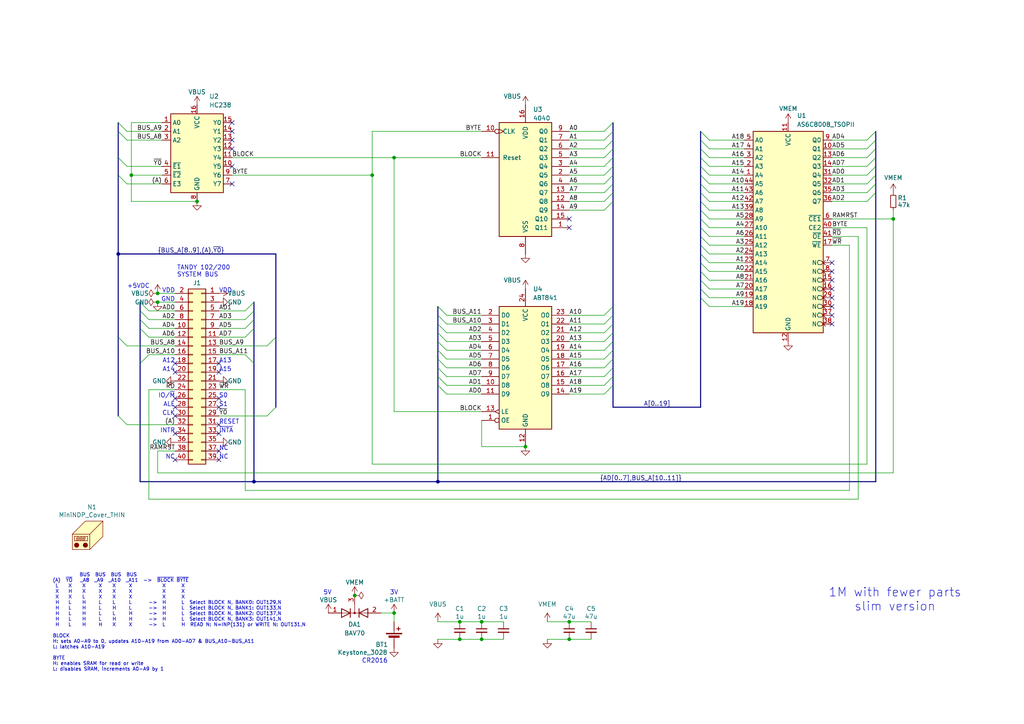
<source format=kicad_sch>
(kicad_sch (version 20231120) (generator "eeschema") (generator_version "8.0")
  (paper "A4")
  (title_block (title "MiniNDP") (date "2025-01-09") (rev "SL1M_01") (company "Brian K. White - b.kenyon.w@gmail.com") (comment 1 "github.com/bkw777/NODE_DATAPAC") (comment 2 "Use with RAM100.CO or RAM200.CO") (comment 3 "Work-alike of NODE Systems DATAPAC / RAMPAC"))
  (lib_symbols
    (symbol "000_LOCAL:4040" (pin_names (offset 1.016))
      (property "Reference" "U" (at -7.62 16.51 0))
      (property "Value" "4040" (at -7.62 -19.05 0))
      (symbol "4040_1_0"
        (pin output line (at 12.7 -15.24 180) (length 5.08) (name "Q11") (number "1"))
        (pin input inverted_clock (at -12.7 12.7 0) (length 5.08) (name "CLK") (number "10"))
        (pin input line (at -12.7 5.08 0) (length 5.08) (name "Reset") (number "11"))
        (pin output line (at 12.7 -7.62 180) (length 5.08) (name "Q8") (number "12"))
        (pin output line (at 12.7 -5.08 180) (length 5.08) (name "Q7") (number "13"))
        (pin output line (at 12.7 -10.16 180) (length 5.08) (name "Q9") (number "14"))
        (pin output line (at 12.7 -12.7 180) (length 5.08) (name "Q10") (number "15"))
        (pin power_in line (at 0 20.32 270) (length 5.08) (name "VDD") (number "16"))
        (pin output line (at 12.7 0 180) (length 5.08) (name "Q5") (number "2"))
        (pin output line (at 12.7 2.54 180) (length 5.08) (name "Q4") (number "3"))
        (pin output line (at 12.7 -2.54 180) (length 5.08) (name "Q6") (number "4"))
        (pin output line (at 12.7 5.08 180) (length 5.08) (name "Q3") (number "5"))
        (pin output line (at 12.7 7.62 180) (length 5.08) (name "Q2") (number "6"))
        (pin output line (at 12.7 10.16 180) (length 5.08) (name "Q1") (number "7"))
        (pin power_in line (at 0 -22.86 90) (length 5.08) (name "VSS") (number "8"))
        (pin output line (at 12.7 12.7 180) (length 5.08) (name "Q0") (number "9"))
      )
    )
    (symbol "000_LOCAL:AS6C8008_TSOPII"
      (property "Reference" "U" (at -10.16 23.495 0))
      (property "Value" "AS6C8008_TSOPII" (at 2.54 23.495 0))
      (symbol "AS6C8008_TSOPII_1_0"
        (pin power_in line (at 0 25.4 270) (length 2.54) (name "VCC") (number "11"))
        (pin power_in line (at 0 -38.1 90) (length 2.54) (name "GND") (number "12"))
        (pin passive line (at 0 25.4 270) (length 2.54) hide (name "VCC") (number "33"))
        (pin passive line (at 0 -38.1 90) (length 2.54) hide (name "GND") (number "34"))
      )
      (symbol "AS6C8008_TSOPII_1_1"
        (pin input line (at -12.7 10.16 0) (length 2.54) (name "A4") (number "1"))
        (pin tri_state line (at 12.7 17.78 180) (length 2.54) (name "Q1") (number "10"))
        (pin tri_state line (at 12.7 15.24 180) (length 2.54) (name "Q2") (number "13"))
        (pin tri_state line (at 12.7 12.7 180) (length 2.54) (name "Q3") (number "14"))
        (pin passive non_logic (at 12.7 -20.32 180) (length 2.54) (name "NC") (number "15"))
        (pin passive non_logic (at 12.7 -22.86 180) (length 2.54) (name "NC") (number "16"))
        (pin input line (at 12.7 -10.16 180) (length 2.54) (name "~{WE}") (number "17"))
        (pin input line (at -12.7 -27.94 0) (length 2.54) (name "A19") (number "18"))
        (pin input line (at -12.7 -25.4 0) (length 2.54) (name "A18") (number "19"))
        (pin input line (at -12.7 12.7 0) (length 2.54) (name "A3") (number "2"))
        (pin input line (at -12.7 -22.86 0) (length 2.54) (name "A17") (number "20"))
        (pin input line (at -12.7 -20.32 0) (length 2.54) (name "A16") (number "21"))
        (pin input line (at -12.7 -17.78 0) (length 2.54) (name "A15") (number "22"))
        (pin input line (at -12.7 -15.24 0) (length 2.54) (name "A14") (number "23"))
        (pin input line (at -12.7 -12.7 0) (length 2.54) (name "A13") (number "24"))
        (pin input line (at -12.7 -10.16 0) (length 2.54) (name "A12") (number "25"))
        (pin input line (at -12.7 -7.62 0) (length 2.54) (name "A11") (number "26"))
        (pin input line (at -12.7 -5.08 0) (length 2.54) (name "A10") (number "27"))
        (pin input line (at -12.7 -2.54 0) (length 2.54) (name "A9") (number "28"))
        (pin passive non_logic (at 12.7 -25.4 180) (length 2.54) (name "NC") (number "29"))
        (pin input line (at -12.7 15.24 0) (length 2.54) (name "A2") (number "3"))
        (pin passive non_logic (at 12.7 -27.94 180) (length 2.54) (name "NC") (number "30"))
        (pin tri_state line (at 12.7 10.16 180) (length 2.54) (name "Q4") (number "31"))
        (pin tri_state line (at 12.7 7.62 180) (length 2.54) (name "Q5") (number "32"))
        (pin tri_state line (at 12.7 5.08 180) (length 2.54) (name "Q6") (number "35"))
        (pin tri_state line (at 12.7 2.54 180) (length 2.54) (name "Q7") (number "36"))
        (pin passive non_logic (at 12.7 -30.48 180) (length 2.54) (name "NC") (number "37"))
        (pin passive non_logic (at 12.7 -33.02 180) (length 2.54) (name "NC") (number "38"))
        (pin input line (at -12.7 0 0) (length 2.54) (name "A8") (number "39"))
        (pin input line (at -12.7 17.78 0) (length 2.54) (name "A1") (number "4"))
        (pin input line (at 12.7 -5.08 180) (length 2.54) (name "CE2") (number "40"))
        (pin input line (at 12.7 -7.62 180) (length 2.54) (name "~{OE}") (number "41"))
        (pin input line (at -12.7 2.54 0) (length 2.54) (name "A7") (number "42"))
        (pin input line (at -12.7 5.08 0) (length 2.54) (name "A6") (number "43"))
        (pin input line (at -12.7 7.62 0) (length 2.54) (name "A5") (number "44"))
        (pin input line (at -12.7 20.32 0) (length 2.54) (name "A0") (number "5"))
        (pin input line (at 12.7 -2.54 180) (length 2.54) (name "~{CE1}") (number "6"))
        (pin passive non_logic (at 12.7 -15.24 180) (length 2.54) (name "NC") (number "7"))
        (pin passive non_logic (at 12.7 -17.78 180) (length 2.54) (name "NC") (number "8"))
        (pin tri_state line (at 12.7 20.32 180) (length 2.54) (name "Q0") (number "9"))
      )
    )
    (symbol "000_LOCAL:BAV70" (pin_names hide)
      (property "Reference" "D" (at 0.635 -2.54 0))
      (property "Value" "BAV70" (at 0 2.54 0))
      (symbol "BAV70_0_1"
        (pin passive line (at -7.62 0 0) (length 3.81) (name "A") (number "1"))
        (pin passive line (at 7.62 0 180) (length 3.81) (name "A") (number "2"))
        (pin passive line (at 0 -5.08 90) (length 2.54) (name "K") (number "3"))
      )
    )
    (symbol "000_LOCAL:Battery_Cell" (pin_numbers hide) (pin_names (offset 0) hide)
      (property "Reference" "BT" (at 2.54 2.54 0))
      (property "Value" "Battery_Cell" (at 2.54 0 0))
      (symbol "Battery_Cell_1_1"
        (pin passive line (at 0 5.08 270) (length 2.54) (name "+") (number "1"))
        (pin passive line (at 0 -2.54 90) (length 2.54) (name "-") (number "2"))
      )
    )
    (symbol "000_LOCAL:C" (pin_numbers hide) (pin_names (offset 0.254) hide)
      (property "Reference" "C" (at 0.254 1.778 0))
      (property "Value" "C" (at 0.254 -2.032 0))
      (symbol "C_1_1"
        (pin passive line (at 0 2.54 270) (length 2.032) (name "~") (number "1"))
        (pin passive line (at 0 -2.54 90) (length 2.032) (name "~") (number "2"))
      )
    )
    (symbol "000_LOCAL:Conn_02x20_Odd_Even" (pin_names (offset 1.016) hide)
      (property "Reference" "J" (at 1.27 25.4 0))
      (property "Value" "Conn_02x20_Odd_Even" (at 1.27 -27.94 0))
      (symbol "Conn_02x20_Odd_Even_1_1"
        (pin passive line (at -5.08 22.86 0) (length 3.81) (name "Pin_1") (number "1"))
        (pin passive line (at 7.62 12.7 180) (length 3.81) (name "Pin_10") (number "10"))
        (pin passive line (at -5.08 10.16 0) (length 3.81) (name "Pin_11") (number "11"))
        (pin passive line (at 7.62 10.16 180) (length 3.81) (name "Pin_12") (number "12"))
        (pin passive line (at -5.08 7.62 0) (length 3.81) (name "Pin_13") (number "13"))
        (pin passive line (at 7.62 7.62 180) (length 3.81) (name "Pin_14") (number "14"))
        (pin passive line (at -5.08 5.08 0) (length 3.81) (name "Pin_15") (number "15"))
        (pin passive line (at 7.62 5.08 180) (length 3.81) (name "Pin_16") (number "16"))
        (pin passive line (at -5.08 2.54 0) (length 3.81) (name "Pin_17") (number "17"))
        (pin passive line (at 7.62 2.54 180) (length 3.81) (name "Pin_18") (number "18"))
        (pin passive line (at -5.08 0 0) (length 3.81) (name "Pin_19") (number "19"))
        (pin passive line (at 7.62 22.86 180) (length 3.81) (name "Pin_2") (number "2"))
        (pin passive line (at 7.62 0 180) (length 3.81) (name "Pin_20") (number "20"))
        (pin passive line (at -5.08 -2.54 0) (length 3.81) (name "Pin_21") (number "21"))
        (pin passive line (at 7.62 -2.54 180) (length 3.81) (name "Pin_22") (number "22"))
        (pin passive line (at -5.08 -5.08 0) (length 3.81) (name "Pin_23") (number "23"))
        (pin passive line (at 7.62 -5.08 180) (length 3.81) (name "Pin_24") (number "24"))
        (pin passive line (at -5.08 -7.62 0) (length 3.81) (name "Pin_25") (number "25"))
        (pin passive line (at 7.62 -7.62 180) (length 3.81) (name "Pin_26") (number "26"))
        (pin passive line (at -5.08 -10.16 0) (length 3.81) (name "Pin_27") (number "27"))
        (pin passive line (at 7.62 -10.16 180) (length 3.81) (name "Pin_28") (number "28"))
        (pin passive line (at -5.08 -12.7 0) (length 3.81) (name "Pin_29") (number "29"))
        (pin passive line (at -5.08 20.32 0) (length 3.81) (name "Pin_3") (number "3"))
        (pin passive line (at 7.62 -12.7 180) (length 3.81) (name "Pin_30") (number "30"))
        (pin passive line (at -5.08 -15.24 0) (length 3.81) (name "Pin_31") (number "31"))
        (pin passive line (at 7.62 -15.24 180) (length 3.81) (name "Pin_32") (number "32"))
        (pin passive line (at -5.08 -17.78 0) (length 3.81) (name "Pin_33") (number "33"))
        (pin passive line (at 7.62 -17.78 180) (length 3.81) (name "Pin_34") (number "34"))
        (pin passive line (at -5.08 -20.32 0) (length 3.81) (name "Pin_35") (number "35"))
        (pin passive line (at 7.62 -20.32 180) (length 3.81) (name "Pin_36") (number "36"))
        (pin passive line (at -5.08 -22.86 0) (length 3.81) (name "Pin_37") (number "37"))
        (pin passive line (at 7.62 -22.86 180) (length 3.81) (name "Pin_38") (number "38"))
        (pin passive line (at -5.08 -25.4 0) (length 3.81) (name "Pin_39") (number "39"))
        (pin passive line (at 7.62 20.32 180) (length 3.81) (name "Pin_4") (number "4"))
        (pin passive line (at 7.62 -25.4 180) (length 3.81) (name "Pin_40") (number "40"))
        (pin passive line (at -5.08 17.78 0) (length 3.81) (name "Pin_5") (number "5"))
        (pin passive line (at 7.62 17.78 180) (length 3.81) (name "Pin_6") (number "6"))
        (pin passive line (at -5.08 15.24 0) (length 3.81) (name "Pin_7") (number "7"))
        (pin passive line (at 7.62 15.24 180) (length 3.81) (name "Pin_8") (number "8"))
        (pin passive line (at -5.08 12.7 0) (length 3.81) (name "Pin_9") (number "9"))
      )
    )
    (symbol "000_LOCAL:FCT841"
      (property "Reference" "U" (at -6.604 17.526 0))
      (property "Value" "FCT841" (at 5.334 17.526 0))
      (symbol "FCT841_1_0"
        (pin input inverted (at -12.7 -17.78 0) (length 5.08) (name "OE") (number "1"))
        (pin input line (at -12.7 -7.62 0) (length 5.08) (name "D8") (number "10"))
        (pin input line (at -12.7 -10.16 0) (length 5.08) (name "D9") (number "11"))
        (pin power_in line (at 0 -25.4 90) (length 5.08) (name "GND") (number "12"))
        (pin input edge_clock_high (at -12.7 -15.24 0) (length 5.08) (name "LE") (number "13"))
        (pin tri_state line (at 12.7 -10.16 180) (length 5.08) (name "O9") (number "14"))
        (pin tri_state line (at 12.7 -7.62 180) (length 5.08) (name "O8") (number "15"))
        (pin tri_state line (at 12.7 -5.08 180) (length 5.08) (name "O7") (number "16"))
        (pin tri_state line (at 12.7 -2.54 180) (length 5.08) (name "O6") (number "17"))
        (pin tri_state line (at 12.7 0 180) (length 5.08) (name "O5") (number "18"))
        (pin tri_state line (at 12.7 2.54 180) (length 5.08) (name "O4") (number "19"))
        (pin input line (at -12.7 12.7 0) (length 5.08) (name "D0") (number "2"))
        (pin tri_state line (at 12.7 5.08 180) (length 5.08) (name "O3") (number "20"))
        (pin tri_state line (at 12.7 7.62 180) (length 5.08) (name "O2") (number "21"))
        (pin tri_state line (at 12.7 10.16 180) (length 5.08) (name "O1") (number "22"))
        (pin tri_state line (at 12.7 12.7 180) (length 5.08) (name "O0") (number "23"))
        (pin power_in line (at 0 20.32 270) (length 5.08) (name "VCC") (number "24"))
        (pin input line (at -12.7 10.16 0) (length 5.08) (name "D1") (number "3"))
        (pin input line (at -12.7 7.62 0) (length 5.08) (name "D2") (number "4"))
        (pin input line (at -12.7 5.08 0) (length 5.08) (name "D3") (number "5"))
        (pin input line (at -12.7 2.54 0) (length 5.08) (name "D4") (number "6"))
        (pin input line (at -12.7 0 0) (length 5.08) (name "D5") (number "7"))
        (pin input line (at -12.7 -2.54 0) (length 5.08) (name "D6") (number "8"))
        (pin input line (at -12.7 -5.08 0) (length 5.08) (name "D7") (number "9"))
      )
    )
    (symbol "000_LOCAL:HC238"
      (property "Reference" "U" (at -7.62 13.97 0))
      (property "Value" "HC238" (at 2.54 -11.43 0))
      (symbol "HC238_1_1"
        (pin input line (at -10.16 10.16 0) (length 2.54) (name "A0") (number "1"))
        (pin output line (at 10.16 -2.54 180) (length 2.54) (name "Y5") (number "10"))
        (pin output line (at 10.16 0 180) (length 2.54) (name "Y4") (number "11"))
        (pin output line (at 10.16 2.54 180) (length 2.54) (name "Y3") (number "12"))
        (pin output line (at 10.16 5.08 180) (length 2.54) (name "Y2") (number "13"))
        (pin output line (at 10.16 7.62 180) (length 2.54) (name "Y1") (number "14"))
        (pin output line (at 10.16 10.16 180) (length 2.54) (name "Y0") (number "15"))
        (pin power_in line (at 0 15.24 270) (length 2.54) (name "VCC") (number "16"))
        (pin input line (at -10.16 7.62 0) (length 2.54) (name "A1") (number "2"))
        (pin input line (at -10.16 5.08 0) (length 2.54) (name "A2") (number "3"))
        (pin input line (at -10.16 -2.54 0) (length 2.54) (name "~{E1}") (number "4"))
        (pin input line (at -10.16 -5.08 0) (length 2.54) (name "~{E2}") (number "5"))
        (pin input line (at -10.16 -7.62 0) (length 2.54) (name "E3") (number "6"))
        (pin output line (at 10.16 -7.62 180) (length 2.54) (name "Y7") (number "7"))
        (pin power_in line (at 0 -12.7 90) (length 2.54) (name "GND") (number "8"))
        (pin output line (at 10.16 -5.08 180) (length 2.54) (name "Y6") (number "9"))
      )
    )
    (symbol "000_LOCAL:Housing" (pin_names (offset 1.016)) (exclude_from_sim yes)
      (property "Reference" "N" (at 3.81 0 0))
      (property "Value" "Housing" (at 3.81 -1.905 0))
    )
    (symbol "000_LOCAL:R" (pin_numbers hide) (pin_names (offset 0.254) hide)
      (property "Reference" "R" (at 0.762 0.508 0))
      (property "Value" "R_Small" (at 0.762 -1.016 0))
      (symbol "R_1_1"
        (pin passive line (at 0 2.54 270) (length 0.762) (name "~") (number "1"))
        (pin passive line (at 0 -2.54 90) (length 0.762) (name "~") (number "2"))
      )
    )
    (symbol "power:+BATT" (power) (pin_numbers hide) (pin_names (offset 0) hide)
      (property "Value" "+BATT" (at 0 3.556 0))
      (symbol "+BATT_1_1"
        (pin power_in line (at 0 0 90) (length 0) (name "~") (number "1"))
      )
    )
    (symbol "power:GND" (power) (pin_numbers hide) (pin_names (offset 0) hide)
      (property "Value" "GND" (at 0 -3.81 0))
      (symbol "GND_1_1"
        (pin power_in line (at 0 0 270) (length 0) (name "~") (number "1"))
      )
    )
    (symbol "power:PWR_FLAG" (power) (pin_numbers hide) (pin_names (offset 0) hide)
      (property "Value" "PWR_FLAG" (at 0 3.81 0))
      (symbol "PWR_FLAG_0_0"
        (pin power_out line (at 0 0 90) (length 0) (name "~") (number "1"))
      )
    )
    (symbol "power:VBUS" (power) (pin_numbers hide) (pin_names (offset 0) hide)
      (property "Value" "VBUS" (at 0 3.556 0))
      (symbol "VBUS_1_1"
        (pin power_in line (at 0 0 90) (length 0) (name "~") (number "1"))
      )
    )
    (symbol "power:VMEM" (power) (pin_numbers hide) (pin_names (offset 0) hide)
      (property "Value" "VMEM" (at 0 3.556 0))
      (symbol "VMEM_1_1"
        (pin power_in line (at 0 0 90) (length 0) (name "~") (number "1"))
      )
    )
  )
  (junction (at 133.35 180.34))
  (junction (at 38.1 50.8))
  (junction (at 45.72 85.09))
  (junction (at 114.3 45.72))
  (junction (at 45.72 87.63))
  (junction (at 73.66 139.7))
  (junction (at 152.4 129.54))
  (junction (at 139.7 180.34))
  (junction (at 165.1 185.42))
  (junction (at 133.35 185.42))
  (junction (at 57.15 58.42))
  (junction (at 114.3 177.8))
  (junction (at 165.1 180.34))
  (junction (at 259.08 63.5))
  (junction (at 102.87 172.72))
  (junction (at 34.29 73.66))
  (junction (at 139.7 185.42))
  (junction (at 127 139.7))
  (junction (at 107.95 50.8))
  (no_connect (at 63.5 123.19))
  (no_connect (at 67.31 43.18))
  (no_connect (at 63.5 107.95))
  (no_connect (at 241.3 76.2))
  (no_connect (at 241.3 93.98))
  (no_connect (at 50.8 133.35))
  (no_connect (at 63.5 115.57))
  (no_connect (at 241.3 86.36))
  (no_connect (at 63.5 133.35))
  (no_connect (at 67.31 53.34))
  (no_connect (at 241.3 91.44))
  (no_connect (at 241.3 88.9))
  (no_connect (at 50.8 115.57))
  (no_connect (at 165.1 66.04))
  (no_connect (at 50.8 105.41))
  (no_connect (at 67.31 48.26))
  (no_connect (at 50.8 107.95))
  (no_connect (at 67.31 35.56))
  (no_connect (at 50.8 125.73))
  (no_connect (at 67.31 38.1))
  (no_connect (at 241.3 78.74))
  (no_connect (at 165.1 63.5))
  (no_connect (at 50.8 118.11))
  (no_connect (at 50.8 120.65))
  (no_connect (at 63.5 130.81))
  (no_connect (at 241.3 83.82))
  (no_connect (at 63.5 105.41))
  (no_connect (at 63.5 118.11))
  (no_connect (at 63.5 125.73))
  (no_connect (at 67.31 40.64))
  (no_connect (at 241.3 81.28))
  (bus_entry (at 175.26 60.96) (size 2.54 -2.54))
  (bus_entry (at 251.46 43.18) (size 2.54 -2.54))
  (bus_entry (at 43.18 95.25) (size -2.54 -2.54))
  (bus_entry (at 127 109.22) (size 2.54 2.54))
  (bus_entry (at 175.26 38.1) (size 2.54 -2.54))
  (bus_entry (at 205.74 50.8) (size -2.54 -2.54))
  (bus_entry (at 175.26 114.3) (size 2.54 -2.54))
  (bus_entry (at 40.64 105.41) (size 2.54 -2.54))
  (bus_entry (at 175.26 101.6) (size 2.54 -2.54))
  (bus_entry (at 127 111.76) (size 2.54 2.54))
  (bus_entry (at 205.74 53.34) (size -2.54 -2.54))
  (bus_entry (at 205.74 63.5) (size -2.54 -2.54))
  (bus_entry (at 175.26 104.14) (size 2.54 -2.54))
  (bus_entry (at 127 104.14) (size 2.54 2.54))
  (bus_entry (at 34.29 45.72) (size 2.54 2.54))
  (bus_entry (at 43.18 97.79) (size -2.54 -2.54))
  (bus_entry (at 205.74 76.2) (size -2.54 -2.54))
  (bus_entry (at 43.18 90.17) (size -2.54 -2.54))
  (bus_entry (at 34.29 35.56) (size 2.54 2.54))
  (bus_entry (at 205.74 58.42) (size -2.54 -2.54))
  (bus_entry (at 205.74 55.88) (size -2.54 -2.54))
  (bus_entry (at 205.74 48.26) (size -2.54 -2.54))
  (bus_entry (at 175.26 45.72) (size 2.54 -2.54))
  (bus_entry (at 205.74 60.96) (size -2.54 -2.54))
  (bus_entry (at 205.74 68.58) (size -2.54 -2.54))
  (bus_entry (at 71.12 90.17) (size 2.54 -2.54))
  (bus_entry (at 80.01 118.11) (size -2.54 2.54))
  (bus_entry (at 175.26 96.52) (size 2.54 -2.54))
  (bus_entry (at 205.74 83.82) (size -2.54 -2.54))
  (bus_entry (at 251.46 50.8) (size 2.54 -2.54))
  (bus_entry (at 175.26 106.68) (size 2.54 -2.54))
  (bus_entry (at 205.74 43.18) (size -2.54 -2.54))
  (bus_entry (at 80.01 97.79) (size -2.54 2.54))
  (bus_entry (at 251.46 53.34) (size 2.54 -2.54))
  (bus_entry (at 127 106.68) (size 2.54 2.54))
  (bus_entry (at 205.74 81.28) (size -2.54 -2.54))
  (bus_entry (at 34.29 38.1) (size 2.54 2.54))
  (bus_entry (at 175.26 43.18) (size 2.54 -2.54))
  (bus_entry (at 34.29 50.8) (size 2.54 2.54))
  (bus_entry (at 205.74 66.04) (size -2.54 -2.54))
  (bus_entry (at 251.46 58.42) (size 2.54 -2.54))
  (bus_entry (at 251.46 55.88) (size 2.54 -2.54))
  (bus_entry (at 43.18 92.71) (size -2.54 -2.54))
  (bus_entry (at 71.12 97.79) (size 2.54 -2.54))
  (bus_entry (at 175.26 53.34) (size 2.54 -2.54))
  (bus_entry (at 175.26 58.42) (size 2.54 -2.54))
  (bus_entry (at 127 91.44) (size 2.54 2.54))
  (bus_entry (at 175.26 93.98) (size 2.54 -2.54))
  (bus_entry (at 205.74 71.12) (size -2.54 -2.54))
  (bus_entry (at 251.46 45.72) (size 2.54 -2.54))
  (bus_entry (at 127 101.6) (size 2.54 2.54))
  (bus_entry (at 175.26 55.88) (size 2.54 -2.54))
  (bus_entry (at 251.46 40.64) (size 2.54 -2.54))
  (bus_entry (at 205.74 78.74) (size -2.54 -2.54))
  (bus_entry (at 205.74 88.9) (size -2.54 -2.54))
  (bus_entry (at 175.26 91.44) (size 2.54 -2.54))
  (bus_entry (at 205.74 73.66) (size -2.54 -2.54))
  (bus_entry (at 175.26 50.8) (size 2.54 -2.54))
  (bus_entry (at 175.26 40.64) (size 2.54 -2.54))
  (bus_entry (at 251.46 48.26) (size 2.54 -2.54))
  (bus_entry (at 34.29 97.79) (size 2.54 2.54))
  (bus_entry (at 127 99.06) (size 2.54 2.54))
  (bus_entry (at 205.74 86.36) (size -2.54 -2.54))
  (bus_entry (at 127 88.9) (size 2.54 2.54))
  (bus_entry (at 73.66 105.41) (size -2.54 -2.54))
  (bus_entry (at 175.26 99.06) (size 2.54 -2.54))
  (bus_entry (at 205.74 40.64) (size -2.54 -2.54))
  (bus_entry (at 71.12 92.71) (size 2.54 -2.54))
  (bus_entry (at 175.26 111.76) (size 2.54 -2.54))
  (bus_entry (at 127 93.98) (size 2.54 2.54))
  (bus_entry (at 127 96.52) (size 2.54 2.54))
  (bus_entry (at 205.74 45.72) (size -2.54 -2.54))
  (bus_entry (at 175.26 109.22) (size 2.54 -2.54))
  (bus_entry (at 36.83 123.19) (size -2.54 -2.54))
  (bus_entry (at 175.26 48.26) (size 2.54 -2.54))
  (bus_entry (at 71.12 95.25) (size 2.54 -2.54))
  (wire (pts (xy 251.46 66.04) (xy 251.46 134.62)))
  (bus (pts (xy 127 104.14) (xy 127 106.68)))
  (wire (pts (xy 129.54 91.44) (xy 139.7 91.44)))
  (bus (pts (xy 203.2 73.66) (xy 203.2 76.2)))
  (wire (pts (xy 107.95 134.62) (xy 251.46 134.62)))
  (wire (pts (xy 107.95 38.1) (xy 107.95 50.8)))
  (wire (pts (xy 107.95 38.1) (xy 139.7 38.1)))
  (wire (pts (xy 45.72 130.81) (xy 45.72 137.16)))
  (wire (pts (xy 205.74 60.96) (xy 215.9 60.96)))
  (wire (pts (xy 241.3 58.42) (xy 251.46 58.42)))
  (wire (pts (xy 165.1 58.42) (xy 175.26 58.42)))
  (bus (pts (xy 203.2 83.82) (xy 203.2 81.28)))
  (wire (pts (xy 114.3 119.38) (xy 139.7 119.38)))
  (wire (pts (xy 129.54 106.68) (xy 139.7 106.68)))
  (wire (pts (xy 139.7 121.92) (xy 139.7 129.54)))
  (wire (pts (xy 205.74 45.72) (xy 215.9 45.72)))
  (wire (pts (xy 165.1 99.06) (xy 175.26 99.06)))
  (bus (pts (xy 203.2 58.42) (xy 203.2 60.96)))
  (bus (pts (xy 203.2 118.11) (xy 203.2 86.36)))
  (wire (pts (xy 36.83 48.26) (xy 46.99 48.26)))
  (wire (pts (xy 43.18 97.79) (xy 50.8 97.79)))
  (bus (pts (xy 80.01 73.66) (xy 80.01 97.79)))
  (wire (pts (xy 259.08 60.96) (xy 259.08 63.5)))
  (wire (pts (xy 36.83 100.33) (xy 50.8 100.33)))
  (bus (pts (xy 203.2 40.64) (xy 203.2 43.18)))
  (wire (pts (xy 114.3 45.72) (xy 114.3 119.38)))
  (bus (pts (xy 177.8 106.68) (xy 177.8 109.22)))
  (bus (pts (xy 40.64 90.17) (xy 40.64 92.71)))
  (wire (pts (xy 114.3 180.34) (xy 114.3 177.8)))
  (bus (pts (xy 177.8 35.56) (xy 177.8 38.1)))
  (wire (pts (xy 205.74 66.04) (xy 215.9 66.04)))
  (wire (pts (xy 38.1 50.8) (xy 38.1 58.42)))
  (wire (pts (xy 67.31 50.8) (xy 107.95 50.8)))
  (wire (pts (xy 38.1 35.56) (xy 38.1 50.8)))
  (wire (pts (xy 43.18 90.17) (xy 50.8 90.17)))
  (wire (pts (xy 129.54 114.3) (xy 139.7 114.3)))
  (bus (pts (xy 177.8 118.11) (xy 203.2 118.11)))
  (wire (pts (xy 63.5 100.33) (xy 77.47 100.33)))
  (bus (pts (xy 177.8 43.18) (xy 177.8 45.72)))
  (bus (pts (xy 254 48.26) (xy 254 50.8)))
  (wire (pts (xy 241.3 53.34) (xy 251.46 53.34)))
  (bus (pts (xy 177.8 99.06) (xy 177.8 101.6)))
  (wire (pts (xy 114.3 177.8) (xy 110.49 177.8)))
  (wire (pts (xy 165.1 111.76) (xy 175.26 111.76)))
  (wire (pts (xy 205.74 55.88) (xy 215.9 55.88)))
  (bus (pts (xy 203.2 38.1) (xy 203.2 40.64)))
  (wire (pts (xy 165.1 91.44) (xy 175.26 91.44)))
  (bus (pts (xy 73.66 105.41) (xy 73.66 139.7)))
  (bus (pts (xy 73.66 139.7) (xy 127 139.7)))
  (wire (pts (xy 205.74 43.18) (xy 215.9 43.18)))
  (wire (pts (xy 165.1 109.22) (xy 175.26 109.22)))
  (bus (pts (xy 203.2 55.88) (xy 203.2 58.42)))
  (wire (pts (xy 165.1 101.6) (xy 175.26 101.6)))
  (wire (pts (xy 205.74 68.58) (xy 215.9 68.58)))
  (wire (pts (xy 139.7 185.42) (xy 146.05 185.42)))
  (bus (pts (xy 203.2 53.34) (xy 203.2 55.88)))
  (wire (pts (xy 205.74 78.74) (xy 215.9 78.74)))
  (wire (pts (xy 45.72 85.09) (xy 50.8 85.09)))
  (wire (pts (xy 246.38 71.12) (xy 246.38 142.24)))
  (wire (pts (xy 71.12 113.03) (xy 71.12 142.24)))
  (bus (pts (xy 40.64 105.41) (xy 40.64 139.7)))
  (wire (pts (xy 205.74 48.26) (xy 215.9 48.26)))
  (bus (pts (xy 203.2 48.26) (xy 203.2 50.8)))
  (wire (pts (xy 129.54 104.14) (xy 139.7 104.14)))
  (bus (pts (xy 254 50.8) (xy 254 53.34)))
  (wire (pts (xy 241.3 48.26) (xy 251.46 48.26)))
  (bus (pts (xy 203.2 60.96) (xy 203.2 63.5)))
  (wire (pts (xy 63.5 90.17) (xy 71.12 90.17)))
  (wire (pts (xy 165.1 60.96) (xy 175.26 60.96)))
  (wire (pts (xy 43.18 95.25) (xy 50.8 95.25)))
  (bus (pts (xy 34.29 97.79) (xy 34.29 120.65)))
  (bus (pts (xy 177.8 96.52) (xy 177.8 99.06)))
  (bus (pts (xy 254 43.18) (xy 254 45.72)))
  (bus (pts (xy 177.8 91.44) (xy 177.8 93.98)))
  (bus (pts (xy 177.8 101.6) (xy 177.8 104.14)))
  (wire (pts (xy 165.1 104.14) (xy 175.26 104.14)))
  (wire (pts (xy 205.74 76.2) (xy 215.9 76.2)))
  (bus (pts (xy 127 101.6) (xy 127 104.14)))
  (wire (pts (xy 259.08 63.5) (xy 259.08 137.16)))
  (wire (pts (xy 165.1 50.8) (xy 175.26 50.8)))
  (wire (pts (xy 165.1 38.1) (xy 175.26 38.1)))
  (bus (pts (xy 177.8 93.98) (xy 177.8 96.52)))
  (bus (pts (xy 80.01 97.79) (xy 80.01 118.11)))
  (wire (pts (xy 165.1 114.3) (xy 175.26 114.3)))
  (bus (pts (xy 127 139.7) (xy 254 139.7)))
  (wire (pts (xy 241.3 71.12) (xy 246.38 71.12)))
  (wire (pts (xy 133.35 180.34) (xy 139.7 180.34)))
  (wire (pts (xy 129.54 93.98) (xy 139.7 93.98)))
  (bus (pts (xy 40.64 95.25) (xy 40.64 105.41)))
  (bus (pts (xy 177.8 53.34) (xy 177.8 55.88)))
  (bus (pts (xy 177.8 50.8) (xy 177.8 53.34)))
  (wire (pts (xy 139.7 180.34) (xy 146.05 180.34)))
  (wire (pts (xy 63.5 113.03) (xy 71.12 113.03)))
  (bus (pts (xy 177.8 111.76) (xy 177.8 118.11)))
  (bus (pts (xy 177.8 48.26) (xy 177.8 50.8)))
  (wire (pts (xy 129.54 111.76) (xy 139.7 111.76)))
  (wire (pts (xy 205.74 40.64) (xy 215.9 40.64)))
  (wire (pts (xy 165.1 93.98) (xy 175.26 93.98)))
  (wire (pts (xy 45.72 87.63) (xy 50.8 87.63)))
  (bus (pts (xy 177.8 45.72) (xy 177.8 48.26)))
  (bus (pts (xy 127 88.9) (xy 127 91.44)))
  (bus (pts (xy 177.8 55.88) (xy 177.8 58.42)))
  (bus (pts (xy 254 40.64) (xy 254 43.18)))
  (wire (pts (xy 67.31 45.72) (xy 114.3 45.72)))
  (bus (pts (xy 34.29 38.1) (xy 34.29 45.72)))
  (bus (pts (xy 127 111.76) (xy 127 139.7)))
  (bus (pts (xy 254 53.34) (xy 254 55.88)))
  (bus (pts (xy 203.2 50.8) (xy 203.2 53.34)))
  (bus (pts (xy 73.66 90.17) (xy 73.66 92.71)))
  (bus (pts (xy 203.2 43.18) (xy 203.2 45.72)))
  (bus (pts (xy 254 38.1) (xy 254 40.64)))
  (bus (pts (xy 203.2 63.5) (xy 203.2 66.04)))
  (bus (pts (xy 73.66 92.71) (xy 73.66 95.25)))
  (wire (pts (xy 241.3 50.8) (xy 251.46 50.8)))
  (wire (pts (xy 165.1 43.18) (xy 175.26 43.18)))
  (bus (pts (xy 203.2 76.2) (xy 203.2 78.74)))
  (wire (pts (xy 133.35 185.42) (xy 139.7 185.42)))
  (wire (pts (xy 129.54 99.06) (xy 139.7 99.06)))
  (wire (pts (xy 205.74 63.5) (xy 215.9 63.5)))
  (bus (pts (xy 203.2 68.58) (xy 203.2 71.12)))
  (bus (pts (xy 127 96.52) (xy 127 99.06)))
  (wire (pts (xy 107.95 50.8) (xy 107.95 134.62)))
  (bus (pts (xy 40.64 92.71) (xy 40.64 95.25)))
  (wire (pts (xy 165.1 48.26) (xy 175.26 48.26)))
  (bus (pts (xy 254 55.88) (xy 254 139.7)))
  (wire (pts (xy 38.1 58.42) (xy 57.15 58.42)))
  (wire (pts (xy 158.75 185.42) (xy 165.1 185.42)))
  (wire (pts (xy 63.5 92.71) (xy 71.12 92.71)))
  (bus (pts (xy 177.8 109.22) (xy 177.8 111.76)))
  (wire (pts (xy 241.3 40.64) (xy 251.46 40.64)))
  (wire (pts (xy 165.1 45.72) (xy 175.26 45.72)))
  (wire (pts (xy 165.1 106.68) (xy 175.26 106.68)))
  (wire (pts (xy 205.74 50.8) (xy 215.9 50.8)))
  (wire (pts (xy 127 185.42) (xy 133.35 185.42)))
  (wire (pts (xy 205.74 58.42) (xy 215.9 58.42)))
  (bus (pts (xy 34.29 35.56) (xy 34.29 38.1)))
  (bus (pts (xy 254 45.72) (xy 254 48.26)))
  (wire (pts (xy 241.3 55.88) (xy 251.46 55.88)))
  (bus (pts (xy 177.8 40.64) (xy 177.8 43.18)))
  (bus (pts (xy 73.66 87.63) (xy 73.66 90.17)))
  (wire (pts (xy 165.1 180.34) (xy 171.45 180.34)))
  (wire (pts (xy 241.3 45.72) (xy 251.46 45.72)))
  (wire (pts (xy 129.54 101.6) (xy 139.7 101.6)))
  (bus (pts (xy 203.2 78.74) (xy 203.2 81.28)))
  (wire (pts (xy 205.74 86.36) (xy 215.9 86.36)))
  (wire (pts (xy 241.3 43.18) (xy 251.46 43.18)))
  (bus (pts (xy 127 106.68) (xy 127 109.22)))
  (bus (pts (xy 127 93.98) (xy 127 96.52)))
  (wire (pts (xy 205.74 81.28) (xy 215.9 81.28)))
  (wire (pts (xy 43.18 113.03) (xy 43.18 144.78)))
  (wire (pts (xy 43.18 92.71) (xy 50.8 92.71)))
  (bus (pts (xy 177.8 88.9) (xy 177.8 91.44)))
  (wire (pts (xy 63.5 97.79) (xy 71.12 97.79)))
  (bus (pts (xy 177.8 38.1) (xy 177.8 40.64)))
  (bus (pts (xy 34.29 73.66) (xy 34.29 97.79)))
  (wire (pts (xy 38.1 35.56) (xy 46.99 35.56)))
  (wire (pts (xy 63.5 102.87) (xy 71.12 102.87)))
  (wire (pts (xy 50.8 113.03) (xy 43.18 113.03)))
  (wire (pts (xy 246.38 142.24) (xy 71.12 142.24)))
  (wire (pts (xy 63.5 95.25) (xy 71.12 95.25)))
  (wire (pts (xy 36.83 40.64) (xy 46.99 40.64)))
  (wire (pts (xy 205.74 88.9) (xy 215.9 88.9)))
  (bus (pts (xy 203.2 71.12) (xy 203.2 73.66)))
  (bus (pts (xy 34.29 73.66) (xy 80.01 73.66)))
  (wire (pts (xy 63.5 120.65) (xy 77.47 120.65)))
  (wire (pts (xy 38.1 50.8) (xy 46.99 50.8)))
  (wire (pts (xy 129.54 96.52) (xy 139.7 96.52)))
  (wire (pts (xy 127 180.34) (xy 133.35 180.34)))
  (wire (pts (xy 205.74 83.82) (xy 215.9 83.82)))
  (bus (pts (xy 73.66 95.25) (xy 73.66 105.41)))
  (wire (pts (xy 45.72 130.81) (xy 50.8 130.81)))
  (bus (pts (xy 34.29 45.72) (xy 34.29 50.8)))
  (bus (pts (xy 177.8 58.42) (xy 177.8 88.9)))
  (wire (pts (xy 139.7 129.54) (xy 152.4 129.54)))
  (bus (pts (xy 127 99.06) (xy 127 101.6)))
  (wire (pts (xy 158.75 180.34) (xy 165.1 180.34)))
  (wire (pts (xy 114.3 45.72) (xy 139.7 45.72)))
  (wire (pts (xy 43.18 102.87) (xy 50.8 102.87)))
  (wire (pts (xy 205.74 53.34) (xy 215.9 53.34)))
  (wire (pts (xy 241.3 63.5) (xy 259.08 63.5)))
  (bus (pts (xy 203.2 86.36) (xy 203.2 83.82)))
  (wire (pts (xy 165.1 40.64) (xy 175.26 40.64)))
  (bus (pts (xy 203.2 66.04) (xy 203.2 68.58)))
  (wire (pts (xy 241.3 68.58) (xy 248.92 68.58)))
  (bus (pts (xy 34.29 50.8) (xy 34.29 73.66)))
  (bus (pts (xy 203.2 45.72) (xy 203.2 48.26)))
  (wire (pts (xy 36.83 53.34) (xy 46.99 53.34)))
  (wire (pts (xy 241.3 66.04) (xy 251.46 66.04)))
  (wire (pts (xy 129.54 109.22) (xy 139.7 109.22)))
  (wire (pts (xy 248.92 144.78) (xy 248.92 68.58)))
  (wire (pts (xy 36.83 123.19) (xy 50.8 123.19)))
  (bus (pts (xy 40.64 87.63) (xy 40.64 90.17)))
  (wire (pts (xy 205.74 71.12) (xy 215.9 71.12)))
  (wire (pts (xy 165.1 55.88) (xy 175.26 55.88)))
  (wire (pts (xy 36.83 38.1) (xy 46.99 38.1)))
  (bus (pts (xy 127 109.22) (xy 127 111.76)))
  (wire (pts (xy 165.1 96.52) (xy 175.26 96.52)))
  (wire (pts (xy 165.1 53.34) (xy 175.26 53.34)))
  (wire (pts (xy 45.72 137.16) (xy 259.08 137.16)))
  (wire (pts (xy 205.74 73.66) (xy 215.9 73.66)))
  (bus (pts (xy 127 91.44) (xy 127 93.98)))
  (bus (pts (xy 40.64 139.7) (xy 73.66 139.7)))
  (wire (pts (xy 165.1 185.42) (xy 171.45 185.42)))
  (bus (pts (xy 177.8 104.14) (xy 177.8 106.68)))
  (wire (pts (xy 43.18 144.78) (xy 248.92 144.78)))
  (text "TANDY 102/200\nSYSTEM BUS" (at 51.308 80.518 0) (effects (font (size 1.27 1.27)) (justify left bottom)))
  (text "+5VDC" (at 36.83 83.82 0) (effects (font (size 1.27 1.27)) (justify left bottom)))
  (text "A15" (at 63.5 107.95 0) (effects (font (size 1.27 1.27)) (justify left bottom)))
  (text "CR2016" (at 108.712 191.77 0) (effects (font (size 1.27 1.27))))
  (text "INTR" (at 50.8 125.73 0) (effects (font (size 1.27 1.27)) (justify right bottom)))
  (text "A14" (at 50.8 107.95 0) (effects (font (size 1.27 1.27)) (justify right bottom)))
  (text "ALE" (at 50.8 118.11 0) (effects (font (size 1.27 1.27)) (justify right bottom)))
  (text "S1" (at 63.5 118.11 0) (effects (font (size 1.27 1.27)) (justify left bottom)))
  (text "NC" (at 63.5 133.35 0) (effects (font (size 1.27 1.27)) (justify left bottom)))
  (text "NC" (at 63.5 130.81 0) (effects (font (size 1.27 1.27)) (justify left bottom)))
  (text "~{INTA}" (at 63.5 125.73 0) (effects (font (size 1.27 1.27)) (justify left bottom)))
  (text "CLK" (at 50.8 120.65 0) (effects (font (size 1.27 1.27)) (justify right bottom)))
  (text "GND" (at 50.8 87.63 0) (effects (font (size 1.27 1.27)) (justify right bottom)))
  (text "IO/~{M}" (at 50.8 115.57 0) (effects (font (size 1.27 1.27)) (justify right bottom)))
  (text "VDD" (at 50.8 85.09 0) (effects (font (size 1.27 1.27)) (justify right bottom)))
  (text "		BUS  BUS  BUS  BUS\n(A)	~{YO}   _A8  _A9  _A10  _A11  ->  ~{BLOCK} ~{BYTE}\n L	 X	 X	  X	  X	   X		X	  X\n X	 H	 X	  X	  X	   X		X	  X\n X	 X	 L	  X	  X	   X		X	  X\n H	 L	 H	  L	  L	   L	->  H	  L  Select BLOCK N, BANK0: OUT129,N\n H	 L	 H	  L	  H	   L	->  H	  L  Select BLOCK N, BANK1: OUT133,N\n H	 L	 H	  L	  L	   H	->  H	  L  Select BLOCK N, BANK2: OUT137,N\n H	 L	 H	  L	  H	   H	->  H	  L  Select BLOCK N, BANK3: OUT141,N\n H	 L	 H	  H	  X	   X	->  L	  H  READ N: N=INP(131) or WRITE N: OUT131,N\n\nBLOCK\nH: sets A0-A9 to 0, updates A10-A19 from AD0-AD7 & BUS_A10-BUS_A11\nL: latches A10-A19\n\nBYTE\nH: enables SRAM for read or write\nL: disables SRAM, increments A0-A9 by 1\n" (at 15.24 194.818 0) (effects (font (size 1 1)) (justify left bottom)))
  (text "3V" (at 114.3 171.958 0) (effects (font (size 1.27 1.27))))
  (text "S0" (at 63.5 115.57 0) (effects (font (size 1.27 1.27)) (justify left bottom)))
  (text "RESET" (at 63.5 123.19 0) (effects (font (size 1.27 1.27)) (justify left bottom)))
  (text "NC" (at 50.8 133.35 0) (effects (font (size 1.27 1.27)) (justify right bottom)))
  (text "VDD" (at 63.5 85.09 0) (effects (font (size 1.27 1.27)) (justify left bottom)))
  (text "5V" (at 94.996 171.958 0) (effects (font (size 1.27 1.27))))
  (text "A13" (at 63.5 105.41 0) (effects (font (size 1.27 1.27)) (justify left bottom)))
  (text "A12" (at 50.8 105.41 0) (effects (font (size 1.27 1.27)) (justify right bottom)))
  (text "1M with fewer parts\nslim version" (at 259.588 173.99 0) (effects (font (size 2.54 2.54))))
  (label "BUS_A8" (at 50.8 100.33 180))
  (label "~{RD}" (at 241.3 68.58 0))
  (label "A17" (at 165.1 109.22 0))
  (label "BUS_A11" (at 139.7 91.44 180))
  (label "AD3" (at 63.5 92.71 0))
  (label "A5" (at 165.1 50.8 0))
  (label "A1" (at 215.9 76.2 180))
  (label "A7" (at 215.9 83.82 180))
  (label "A2" (at 165.1 43.18 0))
  (label "AD5" (at 139.7 104.14 180))
  (label "A13" (at 215.9 60.96 180))
  (label "AD0" (at 241.3 50.8 0))
  (label "A1" (at 165.1 40.64 0))
  (label "A16" (at 215.9 45.72 180))
  (label "A11" (at 165.1 93.98 0))
  (label "AD6" (at 139.7 106.68 180))
  (label "~{Y0}" (at 46.99 48.26 180))
  (label "AD1" (at 63.5 90.17 0))
  (label "A6" (at 165.1 53.34 0))
  (label "A7" (at 165.1 55.88 0))
  (label "{AD[0..7],BUS_A[10..11]}" (at 173.99 139.7 0))
  (label "A9" (at 165.1 60.96 0))
  (label "AD5" (at 241.3 43.18 0))
  (label "A10" (at 165.1 91.44 0))
  (label "RAMRST" (at 50.8 130.81 180))
  (label "AD7" (at 63.5 97.79 0))
  (label "A0" (at 165.1 38.1 0))
  (label "AD2" (at 50.8 92.71 180))
  (label "~{Y0}" (at 63.5 120.65 0))
  (label "AD1" (at 241.3 53.34 0))
  (label "A12" (at 165.1 96.52 0))
  (label "A17" (at 215.9 43.18 180))
  (label "AD0" (at 139.7 114.3 180))
  (label "A3" (at 215.9 71.12 180))
  (label "A[0..19]" (at 186.69 118.11 0))
  (label "A8" (at 215.9 81.28 180))
  (label "(A)" (at 46.99 53.34 180))
  (label "A18" (at 215.9 40.64 180))
  (label "A18" (at 165.1 111.76 0))
  (label "RAMRST" (at 241.3 63.5 0))
  (label "AD6" (at 50.8 97.79 180))
  (label "A2" (at 215.9 73.66 180))
  (label "A15" (at 215.9 48.26 180))
  (label "BLOCK" (at 67.31 45.72 0))
  (label "A6" (at 215.9 68.58 180))
  (label "BUS_A11" (at 63.5 102.87 0))
  (label "A9" (at 215.9 86.36 180))
  (label "BYTE" (at 241.3 66.04 0))
  (label "AD4" (at 139.7 101.6 180))
  (label "AD7" (at 241.3 48.26 0))
  (label "AD4" (at 241.3 40.64 0))
  (label "AD2" (at 139.7 96.52 180))
  (label "A15" (at 165.1 104.14 0))
  (label "A13" (at 165.1 99.06 0))
  (label "BUS_A10" (at 139.7 93.98 180))
  (label "A8" (at 165.1 58.42 0))
  (label "BUS_A10" (at 50.8 102.87 180))
  (label "AD0" (at 50.8 90.17 180))
  (label "~{WR}" (at 241.3 71.12 0))
  (label "BYTE" (at 139.7 38.1 180))
  (label "A16" (at 165.1 106.68 0))
  (label "A4" (at 165.1 48.26 0))
  (label "AD3" (at 241.3 55.88 0))
  (label "{BUS_A[8..9],(A),~{Y0}}" (at 45.72 73.66 0))
  (label "A3" (at 165.1 45.72 0))
  (label "BUS_A9" (at 46.99 38.1 180))
  (label "AD4" (at 50.8 95.25 180))
  (label "A11" (at 215.9 55.88 180))
  (label "A12" (at 215.9 58.42 180))
  (label "A0" (at 215.9 78.74 180))
  (label "BLOCK" (at 139.7 119.38 180))
  (label "A14" (at 165.1 101.6 0))
  (label "A5" (at 215.9 63.5 180))
  (label "BUS_A8" (at 46.99 40.64 180))
  (label "AD2" (at 241.3 58.42 0))
  (label "AD7" (at 139.7 109.22 180))
  (label "A14" (at 215.9 50.8 180))
  (label "AD1" (at 139.7 111.76 180))
  (label "A19" (at 165.1 114.3 0))
  (label "A19" (at 215.9 88.9 180))
  (label "~{WR}" (at 63.5 113.03 0))
  (label "(A)" (at 50.8 123.19 180))
  (label "A10" (at 215.9 53.34 180))
  (label "BUS_A9" (at 63.5 100.33 0))
  (label "BLOCK" (at 139.7 45.72 180))
  (label "AD6" (at 241.3 45.72 0))
  (label "~{RD}" (at 50.8 113.03 180))
  (label "AD5" (at 63.5 95.25 0))
  (label "BYTE" (at 67.31 50.8 0))
  (label "A4" (at 215.9 66.04 180))
  (label "AD3" (at 139.7 99.06 180))
  (symbol (lib_id "000_LOCAL:AS6C8008_TSOPII") (at 228.6 60.96 0) (unit 1)
    (property "Reference" "U1" (at 231.14 33.528 0) (effects (justify left)))
    (property "Value" "AS6C8008_TSOPII" (at 231.14 36.83 0) (effects (justify left bottom)))
    (property "Footprint" "000_LOCAL:TSOP-II-44" (effects (hide yes)))
    (property "Datasheet" "datasheets/AS6C8008.pdf" (effects (hide yes)))
    (property "Description" "IC SRAM 1Mx8 PARALLEL 5v TSOP-II-44" (effects (hide yes)))
    (property "MPN" "AS6C8008-55ZIN" (effects (hide yes)))
  )
  (symbol (lib_id "power:GND") (at 63.5 128.27 90) (unit 1)
    (property "Reference" "#PWR08" (effects (hide yes)))
    (property "Value" "GND" (at 66.04 128.27 90) (effects (justify right)))
    (property "Description" "Power symbol creates a global label with name \"GND\" , ground" (effects (hide yes)))
  )
  (symbol (lib_id "000_LOCAL:HC238") (at 57.15 45.72 0) (unit 1)
    (property "Reference" "U2" (at 60.706 27.94 0) (effects (justify left)))
    (property "Value" "HC238" (at 60.706 30.48 0) (effects (justify left)))
    (property "Footprint" "000_LOCAL:TSSOP-16" (effects (hide yes)))
    (property "Datasheet" "datasheets/HC238.pdf" (effects (hide yes)))
    (property "Description" "IC DECODER/DEMUX 1 X 3:8 16SO" (effects (hide yes)))
    (property "MPN" "74HC238PW,118" (effects (hide yes)))
  )
  (symbol (lib_id "power:VMEM") (at 102.87 172.72 0) (unit 1)
    (property "Reference" "#PWR010" (effects (hide yes)))
    (property "Value" "VMEM" (at 102.87 168.91 0))
    (property "Description" "Power symbol creates a global label with name \"VMEM\"" (effects (hide yes)))
  )
  (symbol (lib_id "power:VBUS") (at 45.72 85.09 0) (unit 1)
    (property "Reference" "#PWR01" (effects (hide yes)))
    (property "Value" "VBUS" (at 43.18 85.09 0) (effects (justify right)))
    (property "Description" "Power symbol creates a global label with name \"VBUS\"" (effects (hide yes)))
  )
  (symbol (lib_id "000_LOCAL:Battery_Cell") (at 114.3 185.42 0) (unit 1)
    (property "Reference" "BT1" (at 110.744 186.944 0))
    (property "Value" "Keystone_3028" (at 105.156 189.23 0))
    (property "Footprint" "000_LOCAL:Keystone_3028_3034" (effects (hide yes)))
    (property "Datasheet" "datasheets/Keystone_3028.pdf" (effects (hide yes)))
    (property "Description" "SMT 20mm x 1.6mm coin cell holder" (effects (hide yes)))
    (property "MPN" "Keystone 3028" (effects (hide yes)))
  )
  (symbol (lib_id "power:GND") (at 57.15 58.42 0) (unit 1)
    (property "Reference" "#PWR022" (effects (hide yes)))
    (property "Value" "GND" (effects (hide yes)))
    (property "Description" "Power symbol creates a global label with name \"GND\" , ground" (effects (hide yes)))
  )
  (symbol (lib_id "power:GND") (at 50.8 110.49 270) (unit 1)
    (property "Reference" "#PWR05" (effects (hide yes)))
    (property "Value" "GND" (at 48.26 110.49 90) (effects (justify right)))
    (property "Description" "Power symbol creates a global label with name \"GND\" , ground" (effects (hide yes)))
  )
  (symbol (lib_id "power:VMEM") (at 228.6 35.56 0) (unit 1)
    (property "Reference" "#PWR012" (effects (hide yes)))
    (property "Value" "VMEM" (at 228.6 31.496 0))
    (property "Description" "Power symbol creates a global label with name \"VMEM\"" (effects (hide yes)))
  )
  (symbol (lib_id "power:PWR_FLAG") (at 45.72 85.09 90) (unit 1)
    (property "Reference" "#FLG01" (effects (hide yes)))
    (property "Value" "PWR_FLAG" (effects (hide yes)))
    (property "Description" "Special symbol for telling ERC where power comes from" (effects (hide yes)))
  )
  (symbol (lib_id "power:GND") (at 114.3 187.96 0) (unit 1)
    (property "Reference" "#PWR058" (effects (hide yes)))
    (property "Value" "GND" (effects (hide yes)))
    (property "Description" "Power symbol creates a global label with name \"GND\" , ground" (effects (hide yes)))
  )
  (symbol (lib_id "power:GND") (at 152.4 73.66 0) (unit 1)
    (property "Reference" "#PWR019" (effects (hide yes)))
    (property "Value" "GND" (effects (hide yes)))
    (property "Description" "Power symbol creates a global label with name \"GND\" , ground" (effects (hide yes)))
  )
  (symbol (lib_id "power:GND") (at 50.8 128.27 270) (unit 1)
    (property "Reference" "#PWR07" (effects (hide yes)))
    (property "Value" "GND" (at 48.26 128.27 90) (effects (justify right)))
    (property "Description" "Power symbol creates a global label with name \"GND\" , ground" (effects (hide yes)))
  )
  (symbol (lib_id "power:VBUS") (at 63.5 85.09 270) (unit 1)
    (property "Reference" "#PWR042" (effects (hide yes)))
    (property "Value" "VBUS" (at 68.58 85.09 90))
    (property "Description" "Power symbol creates a global label with name \"VBUS\"" (effects (hide yes)))
  )
  (symbol (lib_id "power:GND") (at 228.6 99.06 0) (unit 1)
    (property "Reference" "#PWR057" (effects (hide yes)))
    (property "Value" "GND" (effects (hide yes)))
    (property "Description" "Power symbol creates a global label with name \"GND\" , ground" (effects (hide yes)))
  )
  (symbol (lib_id "power:GND") (at 45.72 87.63 0) (unit 1)
    (property "Reference" "#PWR03" (effects (hide yes)))
    (property "Value" "GND" (at 43.18 87.63 0) (effects (justify right)))
    (property "Description" "Power symbol creates a global label with name \"GND\" , ground" (effects (hide yes)))
  )
  (symbol (lib_id "power:VMEM") (at 158.75 180.34 0) (unit 1) (on_board no)
    (property "Reference" "#PWR055" (effects (hide yes)))
    (property "Value" "VMEM" (at 158.75 175.26 0))
    (property "Description" "Power symbol creates a global label with name \"VMEM\"" (effects (hide yes)))
  )
  (symbol (lib_id "000_LOCAL:BAV70") (at 102.87 177.8 0) (mirror x) (unit 1)
    (property "Reference" "DA1" (at 102.87 181.102 0))
    (property "Value" "BAV70" (at 102.87 183.642 0))
    (property "Footprint" "000_LOCAL:SOT-23" (effects (hide yes)))
    (property "Datasheet" "datasheets/BAV70.pdf" (effects (hide yes)))
    (property "Description" "DIODE ARRAY GP 75V 150MA SOT23-3" (effects (hide yes)))
    (property "MPN" "BAV70-7-F" (effects (hide yes)))
  )
  (symbol (lib_id "000_LOCAL:Housing") (at 26.67 154.94 0) (unit 1) (exclude_from_sim yes) (in_bom no)
    (property "Reference" "N1" (at 26.67 147.066 0))
    (property "Value" "MiniNDP_Cover_THIN" (at 26.67 149.352 0))
    (property "Footprint" "000_LOCAL:MiniNDP_Cover_THIN" (effects (hide yes)))
    (property "Datasheet" "../COVER/MiniNDP_Cover.scad" (effects (hide yes)))
    (property "Description" "Snap cover for MiniNDP" (effects (hide yes)))
    (property "MPN" "MiniNDP_Cover.stl" (effects (hide yes)))
  )
  (symbol (lib_id "000_LOCAL:C") (at 171.45 182.88 0) (unit 1)
    (property "Reference" "C5" (at 171.45 176.53 0))
    (property "Value" "47u" (at 171.45 178.816 0))
    (property "Footprint" "000_LOCAL:C_1206" (effects (hide yes)))
    (property "Datasheet" "datasheets/TDK_MLCC_Cxxxx.pdf" (effects (hide yes)))
    (property "Description" "CAP CER 47UF 25V X5R 1206" (effects (hide yes)))
    (property "MPN" "C3216X5R1E476M160DC" (effects (hide yes)))
  )
  (symbol (lib_id "000_LOCAL:C") (at 139.7 182.88 0) (unit 1)
    (property "Reference" "C2" (at 139.7 176.53 0))
    (property "Value" "1u" (at 139.7 178.816 0))
    (property "Footprint" "000_LOCAL:C_0805" (effects (hide yes)))
    (property "Datasheet" "datasheets/CL21B105KAFNNNE.pdf" (effects (hide yes)))
    (property "Description" "CAP CER 1UF 25V X7R 0805" (effects (hide yes)))
    (property "MPN" "CL21B105KAFNNNE" (effects (hide yes)))
  )
  (symbol (lib_id "power:PWR_FLAG") (at 45.72 87.63 90) (unit 1)
    (property "Reference" "#FLG03" (effects (hide yes)))
    (property "Value" "PWR_FLAG" (effects (hide yes)))
    (property "Description" "Special symbol for telling ERC where power comes from" (effects (hide yes)))
  )
  (symbol (lib_id "power:GND") (at 127 185.42 0) (unit 1)
    (property "Reference" "#PWR023" (effects (hide yes)))
    (property "Value" "GND" (effects (hide yes)))
    (property "Description" "Power symbol creates a global label with name \"GND\" , ground" (effects (hide yes)))
  )
  (symbol (lib_id "power:GND") (at 63.5 110.49 90) (unit 1)
    (property "Reference" "#PWR06" (effects (hide yes)))
    (property "Value" "GND" (at 66.04 110.49 90) (effects (justify right)))
    (property "Description" "Power symbol creates a global label with name \"GND\" , ground" (effects (hide yes)))
  )
  (symbol (lib_id "000_LOCAL:4040") (at 152.4 50.8 0) (unit 1)
    (property "Reference" "U3" (at 154.5941 31.75 0) (effects (justify left)))
    (property "Value" "4040" (at 154.5941 34.29 0) (effects (justify left)))
    (property "Footprint" "000_LOCAL:TSSOP-16" (effects (hide yes)))
    (property "Datasheet" "datasheets/4040.pdf" (effects (hide yes)))
    (property "Description" "IC BINARY COUNTER 12-BIT 16SO" (effects (hide yes)))
    (property "MPN" "74HC4040PW,118" (effects (hide yes)))
  )
  (symbol (lib_id "power:+BATT") (at 114.3 177.8 0) (unit 1)
    (property "Reference" "#PWR027" (effects (hide yes)))
    (property "Value" "+BATT" (at 114.3 173.99 0))
    (property "Description" "Power symbol creates a global label with name \"+BATT\"" (effects (hide yes)))
  )
  (symbol (lib_id "power:VMEM") (at 259.08 55.88 0) (unit 1)
    (property "Reference" "#PWR014" (effects (hide yes)))
    (property "Value" "VMEM" (at 259.08 51.562 0))
    (property "Description" "Power symbol creates a global label with name \"VMEM\"" (effects (hide yes)))
  )
  (symbol (lib_id "000_LOCAL:R") (at 259.08 58.42 0) (unit 1)
    (property "Reference" "R1" (at 260.35 57.404 0) (effects (justify left)))
    (property "Value" "47k" (at 260.35 59.436 0) (effects (justify left)))
    (property "Footprint" "000_LOCAL:R_0805" (effects (hide yes)))
    (property "Datasheet" "datasheets/sei-rmcf_rmcp.pdf" (effects (hide yes)))
    (property "Description" "RES 47K OHM 1% 1/8W 0805" (effects (hide yes)))
    (property "MPN" "RMCF0805FT47K0" (effects (hide yes)))
  )
  (symbol (lib_id "power:GND") (at 63.5 87.63 90) (unit 1)
    (property "Reference" "#PWR04" (effects (hide yes)))
    (property "Value" "GND" (at 66.04 87.63 90) (effects (justify right)))
    (property "Description" "Power symbol creates a global label with name \"GND\" , ground" (effects (hide yes)))
  )
  (symbol (lib_id "power:PWR_FLAG") (at 102.87 172.72 270) (unit 1)
    (property "Reference" "#FLG02" (effects (hide yes)))
    (property "Value" "PWR_FLAG" (effects (hide yes)))
    (property "Description" "Special symbol for telling ERC where power comes from" (effects (hide yes)))
  )
  (symbol (lib_id "power:VBUS") (at 95.25 177.8 0) (unit 1)
    (property "Reference" "#PWR09" (effects (hide yes)))
    (property "Value" "VBUS" (at 95.25 173.99 0))
    (property "Description" "Power symbol creates a global label with name \"VBUS\"" (effects (hide yes)))
  )
  (symbol (lib_id "000_LOCAL:C") (at 165.1 182.88 0) (unit 1)
    (property "Reference" "C4" (at 165.1 176.53 0))
    (property "Value" "47u" (at 165.1 178.816 0))
    (property "Footprint" "000_LOCAL:C_1206" (effects (hide yes)))
    (property "Datasheet" "datasheets/TDK_MLCC_Cxxxx.pdf" (effects (hide yes)))
    (property "Description" "CAP CER 47UF 25V X5R 1206" (effects (hide yes)))
    (property "MPN" "C3216X5R1E476M160DC" (effects (hide yes)))
  )
  (symbol (lib_id "power:VBUS") (at 127 180.34 0) (unit 1)
    (property "Reference" "#PWR025" (effects (hide yes)))
    (property "Value" "VBUS" (at 127 175.26 0))
    (property "Description" "Power symbol creates a global label with name \"VBUS\"" (effects (hide yes)))
  )
  (symbol (lib_id "000_LOCAL:Conn_02x20_Odd_Even") (at 58.42 107.95 0) (mirror y) (unit 1)
    (property "Reference" "J1" (at 57.15 82.042 0))
    (property "Value" "Conn_02x20_Odd_Even" (effects (hide yes)))
    (property "Footprint" "000_LOCAL:IDC-Header_2x20_P2.54mm_Vertical" (effects (hide yes)))
    (property "Datasheet" "datasheets/2x20_male_boxed.pdf" (effects (hide yes)))
    (property "Description" "CONN HEADER VERT 40POS 2.54MM" (effects (hide yes)))
    (property "MPN" "302-S401" (effects (hide yes)))
  )
  (symbol (lib_id "power:GND") (at 158.75 185.42 0) (unit 1) (on_board no)
    (property "Reference" "#PWR041" (effects (hide yes)))
    (property "Value" "GND" (effects (hide yes)))
    (property "Description" "Power symbol creates a global label with name \"GND\" , ground" (effects (hide yes)))
  )
  (symbol (lib_id "000_LOCAL:C") (at 146.05 182.88 0) (unit 1)
    (property "Reference" "C3" (at 146.05 176.53 0))
    (property "Value" "1u" (at 146.05 178.816 0))
    (property "Footprint" "000_LOCAL:C_0805" (effects (hide yes)))
    (property "Datasheet" "datasheets/CL21B105KAFNNNE.pdf" (effects (hide yes)))
    (property "Description" "CAP CER 1UF 25V X7R 0805" (effects (hide yes)))
    (property "MPN" "CL21B105KAFNNNE" (effects (hide yes)))
  )
  (symbol (lib_id "power:VBUS") (at 152.4 83.82 0) (unit 1)
    (property "Reference" "#PWR032" (effects (hide yes)))
    (property "Value" "VBUS" (at 148.59 81.28 0))
    (property "Description" "Power symbol creates a global label with name \"VBUS\"" (effects (hide yes)))
  )
  (symbol (lib_id "000_LOCAL:FCT841") (at 152.4 104.14 0) (unit 1)
    (property "Reference" "U4" (at 154.5941 83.82 0) (effects (justify left)))
    (property "Value" "ABT841" (at 154.5941 86.36 0) (effects (justify left)))
    (property "Footprint" "000_LOCAL:TSSOP-24_4.4x7.8mm_P0.65mm" (effects (hide yes)))
    (property "Datasheet" "datasheets/sn54abt841.pdf" (effects (hide yes)))
    (property "Description" "IC 10BIT LATCH 3-STATE 24-SOIC" (effects (hide yes)))
    (property "MPN" "SN74ABT841APW" (effects (hide yes)))
  )
  (symbol (lib_id "power:VBUS") (at 57.15 30.48 0) (unit 1)
    (property "Reference" "#PWR033" (effects (hide yes)))
    (property "Value" "VBUS" (at 57.15 26.67 0))
    (property "Description" "Power symbol creates a global label with name \"VBUS\"" (effects (hide yes)))
  )
  (symbol (lib_id "power:GND") (at 152.4 129.54 0) (unit 1)
    (property "Reference" "#PWR011" (effects (hide yes)))
    (property "Value" "GND" (effects (hide yes)))
    (property "Description" "Power symbol creates a global label with name \"GND\" , ground" (effects (hide yes)))
  )
  (symbol (lib_id "000_LOCAL:C") (at 133.35 182.88 0) (unit 1)
    (property "Reference" "C1" (at 133.35 176.53 0))
    (property "Value" "1u" (at 133.35 178.816 0))
    (property "Footprint" "000_LOCAL:C_0805" (effects (hide yes)))
    (property "Datasheet" "datasheets/CL21B105KAFNNNE.pdf" (effects (hide yes)))
    (property "Description" "CAP CER 1UF 25V X7R 0805" (effects (hide yes)))
    (property "MPN" "CL21B105KAFNNNE" (effects (hide yes)))
  )
  (symbol (lib_id "power:VBUS") (at 152.4 30.48 0) (unit 1)
    (property "Reference" "#PWR016" (effects (hide yes)))
    (property "Value" "VBUS" (at 148.59 27.94 0))
    (property "Description" "Power symbol creates a global label with name \"VBUS\"" (effects (hide yes)))
  )
)
</source>
